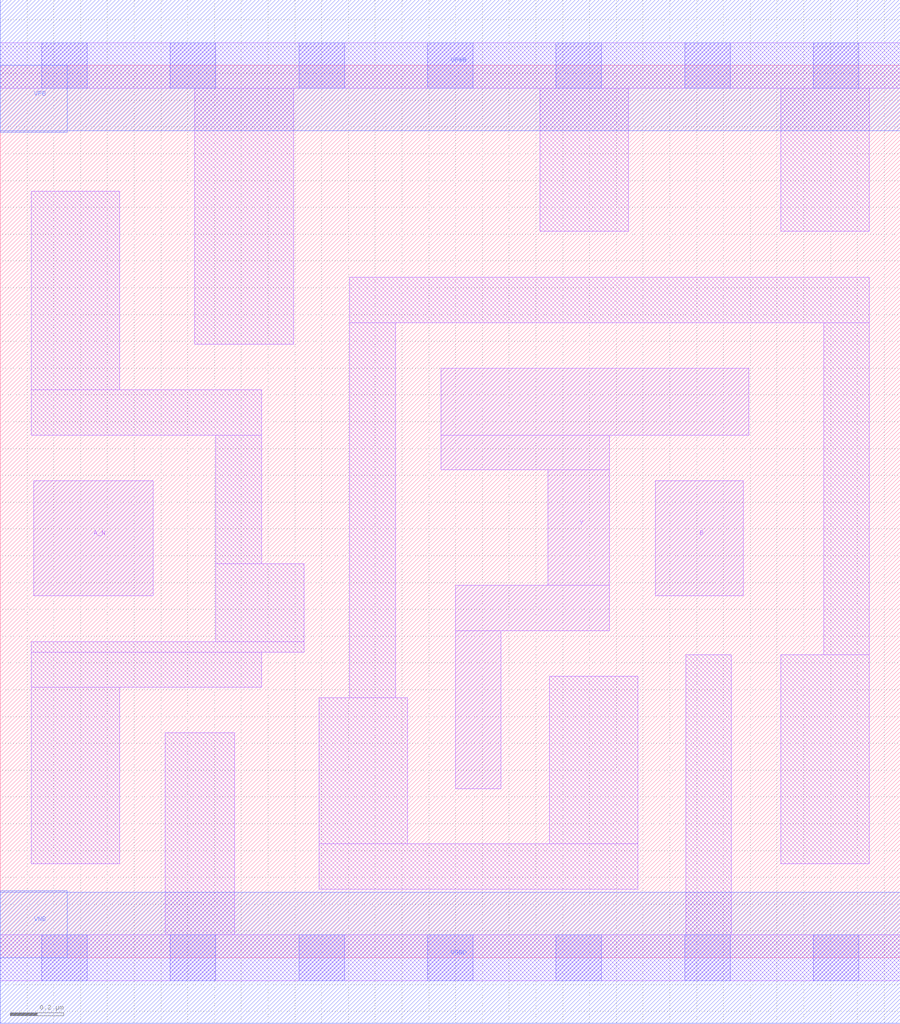
<source format=lef>
# Copyright 2020 The SkyWater PDK Authors
#
# Licensed under the Apache License, Version 2.0 (the "License");
# you may not use this file except in compliance with the License.
# You may obtain a copy of the License at
#
#     https://www.apache.org/licenses/LICENSE-2.0
#
# Unless required by applicable law or agreed to in writing, software
# distributed under the License is distributed on an "AS IS" BASIS,
# WITHOUT WARRANTIES OR CONDITIONS OF ANY KIND, either express or implied.
# See the License for the specific language governing permissions and
# limitations under the License.
#
# SPDX-License-Identifier: Apache-2.0

VERSION 5.5 ;
NAMESCASESENSITIVE ON ;
BUSBITCHARS "[]" ;
DIVIDERCHAR "/" ;
MACRO sky130_fd_sc_hs__nand2b_2
  CLASS CORE ;
  SOURCE USER ;
  ORIGIN  0.000000  0.000000 ;
  SIZE  3.360000 BY  3.330000 ;
  SYMMETRY X Y ;
  SITE unit ;
  PIN A_N
    ANTENNAGATEAREA  0.246000 ;
    DIRECTION INPUT ;
    USE SIGNAL ;
    PORT
      LAYER li1 ;
        RECT 0.125000 1.350000 0.570000 1.780000 ;
    END
  END A_N
  PIN B
    ANTENNAGATEAREA  0.558000 ;
    DIRECTION INPUT ;
    USE SIGNAL ;
    PORT
      LAYER li1 ;
        RECT 2.445000 1.350000 2.775000 1.780000 ;
    END
  END B
  PIN Y
    ANTENNADIFFAREA  0.879200 ;
    DIRECTION OUTPUT ;
    USE SIGNAL ;
    PORT
      LAYER li1 ;
        RECT 1.645000 1.820000 2.275000 1.950000 ;
        RECT 1.645000 1.950000 2.795000 2.200000 ;
        RECT 1.700000 0.630000 1.870000 1.220000 ;
        RECT 1.700000 1.220000 2.275000 1.390000 ;
        RECT 2.045000 1.390000 2.275000 1.820000 ;
    END
  END Y
  PIN VGND
    DIRECTION INOUT ;
    USE GROUND ;
    PORT
      LAYER met1 ;
        RECT 0.000000 -0.245000 3.360000 0.245000 ;
    END
  END VGND
  PIN VNB
    DIRECTION INOUT ;
    USE GROUND ;
    PORT
      LAYER met1 ;
        RECT 0.000000 0.000000 0.250000 0.250000 ;
    END
  END VNB
  PIN VPB
    DIRECTION INOUT ;
    USE POWER ;
    PORT
      LAYER met1 ;
        RECT 0.000000 3.080000 0.250000 3.330000 ;
    END
  END VPB
  PIN VPWR
    DIRECTION INOUT ;
    USE POWER ;
    PORT
      LAYER met1 ;
        RECT 0.000000 3.085000 3.360000 3.575000 ;
    END
  END VPWR
  OBS
    LAYER li1 ;
      RECT 0.000000 -0.085000 3.360000 0.085000 ;
      RECT 0.000000  3.245000 3.360000 3.415000 ;
      RECT 0.115000  0.350000 0.445000 1.010000 ;
      RECT 0.115000  1.010000 0.975000 1.140000 ;
      RECT 0.115000  1.140000 1.135000 1.180000 ;
      RECT 0.115000  1.950000 0.975000 2.120000 ;
      RECT 0.115000  2.120000 0.445000 2.860000 ;
      RECT 0.615000  0.085000 0.875000 0.840000 ;
      RECT 0.725000  2.290000 1.095000 3.245000 ;
      RECT 0.805000  1.180000 1.135000 1.470000 ;
      RECT 0.805000  1.470000 0.975000 1.950000 ;
      RECT 1.190000  0.255000 2.380000 0.425000 ;
      RECT 1.190000  0.425000 1.520000 0.970000 ;
      RECT 1.305000  0.970000 1.475000 2.370000 ;
      RECT 1.305000  2.370000 3.245000 2.540000 ;
      RECT 2.015000  2.710000 2.345000 3.245000 ;
      RECT 2.050000  0.425000 2.380000 1.050000 ;
      RECT 2.560000  0.085000 2.730000 1.130000 ;
      RECT 2.915000  0.350000 3.245000 1.130000 ;
      RECT 2.915000  2.710000 3.245000 3.245000 ;
      RECT 3.075000  1.130000 3.245000 2.370000 ;
    LAYER mcon ;
      RECT 0.155000 -0.085000 0.325000 0.085000 ;
      RECT 0.155000  3.245000 0.325000 3.415000 ;
      RECT 0.635000 -0.085000 0.805000 0.085000 ;
      RECT 0.635000  3.245000 0.805000 3.415000 ;
      RECT 1.115000 -0.085000 1.285000 0.085000 ;
      RECT 1.115000  3.245000 1.285000 3.415000 ;
      RECT 1.595000 -0.085000 1.765000 0.085000 ;
      RECT 1.595000  3.245000 1.765000 3.415000 ;
      RECT 2.075000 -0.085000 2.245000 0.085000 ;
      RECT 2.075000  3.245000 2.245000 3.415000 ;
      RECT 2.555000 -0.085000 2.725000 0.085000 ;
      RECT 2.555000  3.245000 2.725000 3.415000 ;
      RECT 3.035000 -0.085000 3.205000 0.085000 ;
      RECT 3.035000  3.245000 3.205000 3.415000 ;
  END
END sky130_fd_sc_hs__nand2b_2
END LIBRARY

</source>
